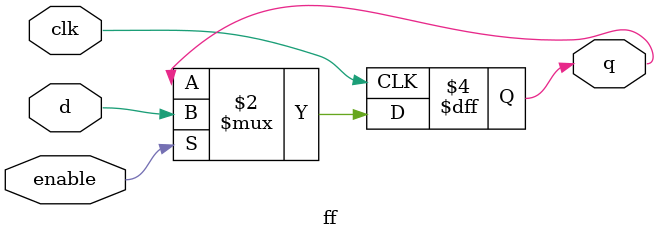
<source format=v>
module ff(q, d, clk, enable);
/****************************
An Edge-Triggerred Flip-flop 
Written by H. Roumani, 2008.
****************************/
output q;
input d, clk, enable;
reg q;                    //q is internal state, the read value

always @ (posedge clk)    //at rising edge of clock going from 0 to 1
  if (enable) q <= d;     //if enable = 1, nonblocking assignment of d to q where d is write value

                          //<= is nonblocking assignment, since its in an always block, every line done in parallel so all lines done at once
                          //vs = where is blocking assignment, since line of code executed only after previous line executed
endmodule

</source>
